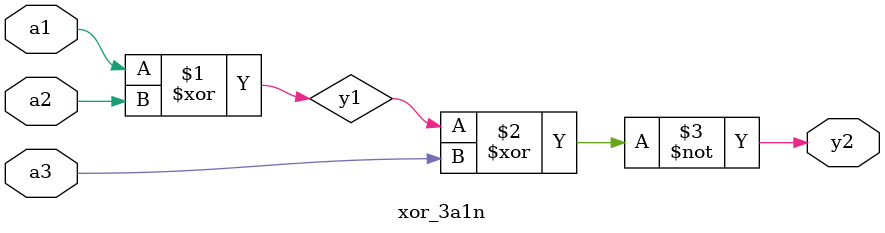
<source format=v>
module xor_3a1n(input a1,a2,a3,output y2);
             wire y1;
                    assign y1 = a1 ^ a2;
                    assign y2 = ~(y1 ^ a3);
endmodule

</source>
